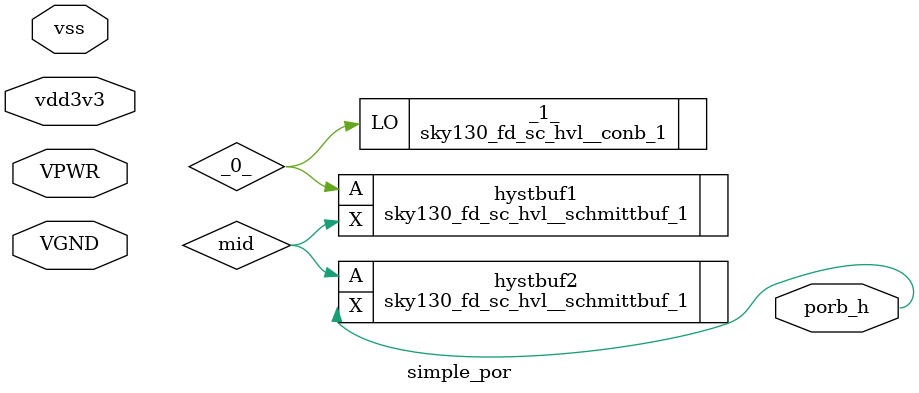
<source format=v>
module simple_por (porb_h,
    vdd3v3,
    vss,
    VPWR,
    VGND);
 output porb_h;
 input vdd3v3;
 input vss;
 input VPWR;
 input VGND;

 sky130_fd_sc_hvl__conb_1 _1_ (.LO(_0_));
 sky130_fd_sc_hvl__schmittbuf_1 hystbuf1 (.A(_0_),
    .X(mid));
 sky130_fd_sc_hvl__schmittbuf_1 hystbuf2 (.A(mid),
    .X(porb_h));
 sky130_fd_sc_hvl__decap_4 FILLER_0_0 ();
 sky130_fd_sc_hvl__fill_2 FILLER_0_4 ();
 sky130_fd_sc_hvl__fill_1 FILLER_0_6 ();
 sky130_fd_sc_hvl__decap_8 FILLER_0_12 ();
 sky130_fd_sc_hvl__decap_4 FILLER_0_20 ();
 sky130_fd_sc_hvl__fill_2 FILLER_0_24 ();
 sky130_fd_sc_hvl__fill_1 FILLER_0_26 ();
 sky130_fd_sc_hvl__decap_4 FILLER_1_0 ();
 sky130_fd_sc_hvl__decap_8 FILLER_1_15 ();
 sky130_fd_sc_hvl__decap_4 FILLER_1_23 ();
 sky130_fd_sc_hvl__decap_4 FILLER_2_0 ();
 sky130_fd_sc_hvl__decap_8 FILLER_2_15 ();
 sky130_fd_sc_hvl__decap_4 FILLER_2_23 ();
endmodule

</source>
